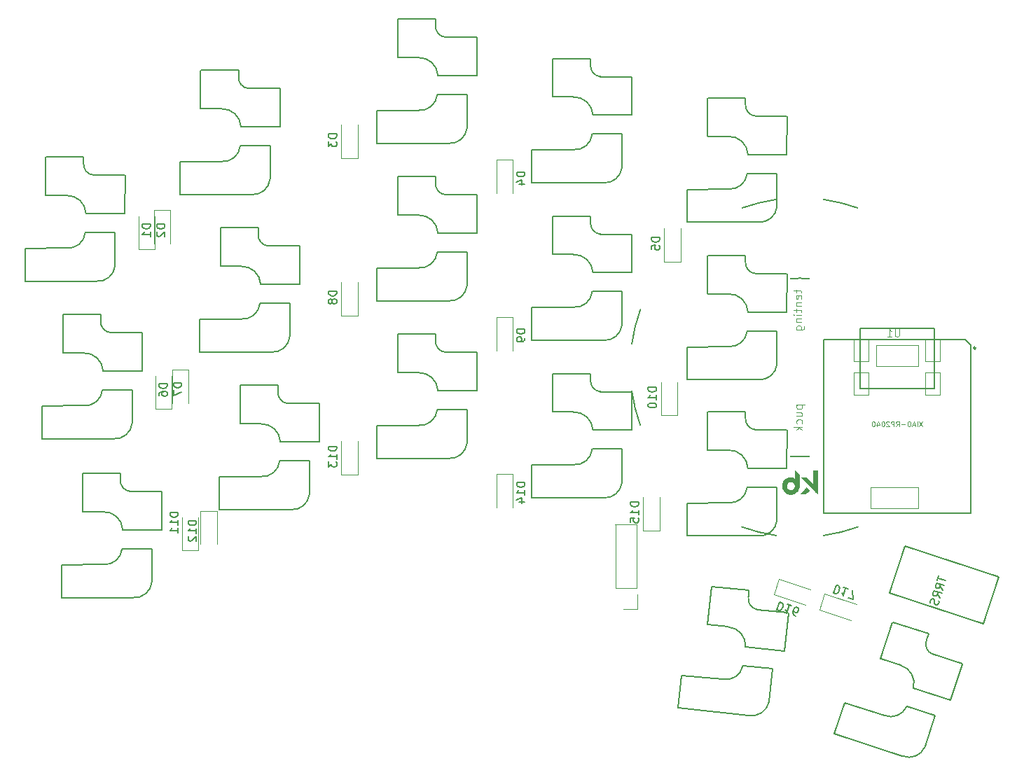
<source format=gbo>
%TF.GenerationSoftware,KiCad,Pcbnew,(6.0.8)*%
%TF.CreationDate,2022-10-28T13:13:08+09:00*%
%TF.ProjectId,selen-rev2,73656c65-6e2d-4726-9576-322e6b696361,rev?*%
%TF.SameCoordinates,Original*%
%TF.FileFunction,Legend,Bot*%
%TF.FilePolarity,Positive*%
%FSLAX46Y46*%
G04 Gerber Fmt 4.6, Leading zero omitted, Abs format (unit mm)*
G04 Created by KiCad (PCBNEW (6.0.8)) date 2022-10-28 13:13:08*
%MOMM*%
%LPD*%
G01*
G04 APERTURE LIST*
%ADD10C,0.150000*%
%ADD11C,0.100000*%
%ADD12C,0.101600*%
%ADD13C,0.076200*%
%ADD14C,0.120000*%
%ADD15C,0.200000*%
%ADD16C,0.010000*%
%ADD17C,0.127000*%
%ADD18C,0.066040*%
%ADD19C,0.254000*%
G04 APERTURE END LIST*
D10*
%TO.C,D9*%
X155952380Y-93561904D02*
X154952380Y-93561904D01*
X154952380Y-93800000D01*
X155000000Y-93942857D01*
X155095238Y-94038095D01*
X155190476Y-94085714D01*
X155380952Y-94133333D01*
X155523809Y-94133333D01*
X155714285Y-94085714D01*
X155809523Y-94038095D01*
X155904761Y-93942857D01*
X155952380Y-93800000D01*
X155952380Y-93561904D01*
X155952380Y-94609523D02*
X155952380Y-94800000D01*
X155904761Y-94895238D01*
X155857142Y-94942857D01*
X155714285Y-95038095D01*
X155523809Y-95085714D01*
X155142857Y-95085714D01*
X155047619Y-95038095D01*
X155000000Y-94990476D01*
X154952380Y-94895238D01*
X154952380Y-94704761D01*
X155000000Y-94609523D01*
X155047619Y-94561904D01*
X155142857Y-94514285D01*
X155380952Y-94514285D01*
X155476190Y-94561904D01*
X155523809Y-94609523D01*
X155571428Y-94704761D01*
X155571428Y-94895238D01*
X155523809Y-94990476D01*
X155476190Y-95038095D01*
X155380952Y-95085714D01*
%TO.C,D4*%
X155952380Y-74561904D02*
X154952380Y-74561904D01*
X154952380Y-74800000D01*
X155000000Y-74942857D01*
X155095238Y-75038095D01*
X155190476Y-75085714D01*
X155380952Y-75133333D01*
X155523809Y-75133333D01*
X155714285Y-75085714D01*
X155809523Y-75038095D01*
X155904761Y-74942857D01*
X155952380Y-74800000D01*
X155952380Y-74561904D01*
X155285714Y-75990476D02*
X155952380Y-75990476D01*
X154904761Y-75752380D02*
X155619047Y-75514285D01*
X155619047Y-76133333D01*
%TO.C,D12*%
X116252380Y-116719714D02*
X115252380Y-116719714D01*
X115252380Y-116957809D01*
X115300000Y-117100666D01*
X115395238Y-117195904D01*
X115490476Y-117243523D01*
X115680952Y-117291142D01*
X115823809Y-117291142D01*
X116014285Y-117243523D01*
X116109523Y-117195904D01*
X116204761Y-117100666D01*
X116252380Y-116957809D01*
X116252380Y-116719714D01*
X116252380Y-118243523D02*
X116252380Y-117672095D01*
X116252380Y-117957809D02*
X115252380Y-117957809D01*
X115395238Y-117862571D01*
X115490476Y-117767333D01*
X115538095Y-117672095D01*
X115347619Y-118624476D02*
X115300000Y-118672095D01*
X115252380Y-118767333D01*
X115252380Y-119005428D01*
X115300000Y-119100666D01*
X115347619Y-119148285D01*
X115442857Y-119195904D01*
X115538095Y-119195904D01*
X115680952Y-119148285D01*
X116252380Y-118576857D01*
X116252380Y-119195904D01*
%TO.C,D17*%
X193561558Y-124501938D02*
X193252541Y-125452994D01*
X193478983Y-125526570D01*
X193629563Y-125525427D01*
X193749570Y-125464280D01*
X193824289Y-125388418D01*
X193928437Y-125221980D01*
X193972583Y-125086115D01*
X193986155Y-124890246D01*
X193970296Y-124784954D01*
X193909150Y-124664947D01*
X193788000Y-124575513D01*
X193561558Y-124501938D01*
X195010787Y-124972821D02*
X194467326Y-124796240D01*
X194739056Y-124884530D02*
X194430039Y-125835587D01*
X194383608Y-125670291D01*
X194322461Y-125550284D01*
X194246599Y-125475566D01*
X195018788Y-126026883D02*
X195652826Y-126232894D01*
X195554247Y-125149402D01*
%TO.C,D15*%
X169702380Y-114485714D02*
X168702380Y-114485714D01*
X168702380Y-114723809D01*
X168750000Y-114866666D01*
X168845238Y-114961904D01*
X168940476Y-115009523D01*
X169130952Y-115057142D01*
X169273809Y-115057142D01*
X169464285Y-115009523D01*
X169559523Y-114961904D01*
X169654761Y-114866666D01*
X169702380Y-114723809D01*
X169702380Y-114485714D01*
X169702380Y-116009523D02*
X169702380Y-115438095D01*
X169702380Y-115723809D02*
X168702380Y-115723809D01*
X168845238Y-115628571D01*
X168940476Y-115533333D01*
X168988095Y-115438095D01*
X168702380Y-116914285D02*
X168702380Y-116438095D01*
X169178571Y-116390476D01*
X169130952Y-116438095D01*
X169083333Y-116533333D01*
X169083333Y-116771428D01*
X169130952Y-116866666D01*
X169178571Y-116914285D01*
X169273809Y-116961904D01*
X169511904Y-116961904D01*
X169607142Y-116914285D01*
X169654761Y-116866666D01*
X169702380Y-116771428D01*
X169702380Y-116533333D01*
X169654761Y-116438095D01*
X169607142Y-116390476D01*
%TO.C,D8*%
X133202380Y-88961904D02*
X132202380Y-88961904D01*
X132202380Y-89200000D01*
X132250000Y-89342857D01*
X132345238Y-89438095D01*
X132440476Y-89485714D01*
X132630952Y-89533333D01*
X132773809Y-89533333D01*
X132964285Y-89485714D01*
X133059523Y-89438095D01*
X133154761Y-89342857D01*
X133202380Y-89200000D01*
X133202380Y-88961904D01*
X132630952Y-90104761D02*
X132583333Y-90009523D01*
X132535714Y-89961904D01*
X132440476Y-89914285D01*
X132392857Y-89914285D01*
X132297619Y-89961904D01*
X132250000Y-90009523D01*
X132202380Y-90104761D01*
X132202380Y-90295238D01*
X132250000Y-90390476D01*
X132297619Y-90438095D01*
X132392857Y-90485714D01*
X132440476Y-90485714D01*
X132535714Y-90438095D01*
X132583333Y-90390476D01*
X132630952Y-90295238D01*
X132630952Y-90104761D01*
X132678571Y-90009523D01*
X132726190Y-89961904D01*
X132821428Y-89914285D01*
X133011904Y-89914285D01*
X133107142Y-89961904D01*
X133154761Y-90009523D01*
X133202380Y-90104761D01*
X133202380Y-90295238D01*
X133154761Y-90390476D01*
X133107142Y-90438095D01*
X133011904Y-90485714D01*
X132821428Y-90485714D01*
X132726190Y-90438095D01*
X132678571Y-90390476D01*
X132630952Y-90295238D01*
%TO.C,D11*%
X114052380Y-115719714D02*
X113052380Y-115719714D01*
X113052380Y-115957809D01*
X113100000Y-116100666D01*
X113195238Y-116195904D01*
X113290476Y-116243523D01*
X113480952Y-116291142D01*
X113623809Y-116291142D01*
X113814285Y-116243523D01*
X113909523Y-116195904D01*
X114004761Y-116100666D01*
X114052380Y-115957809D01*
X114052380Y-115719714D01*
X114052380Y-117243523D02*
X114052380Y-116672095D01*
X114052380Y-116957809D02*
X113052380Y-116957809D01*
X113195238Y-116862571D01*
X113290476Y-116767333D01*
X113338095Y-116672095D01*
X114052380Y-118195904D02*
X114052380Y-117624476D01*
X114052380Y-117910190D02*
X113052380Y-117910190D01*
X113195238Y-117814952D01*
X113290476Y-117719714D01*
X113338095Y-117624476D01*
D11*
%TO.C,REF\u002A\u002A*%
X188795214Y-102732500D02*
X189795214Y-102732500D01*
X188842833Y-102732500D02*
X188795214Y-102827738D01*
X188795214Y-103018214D01*
X188842833Y-103113452D01*
X188890452Y-103161071D01*
X188985690Y-103208690D01*
X189271404Y-103208690D01*
X189366642Y-103161071D01*
X189414261Y-103113452D01*
X189461880Y-103018214D01*
X189461880Y-102827738D01*
X189414261Y-102732500D01*
X188795214Y-104065833D02*
X189461880Y-104065833D01*
X188795214Y-103637261D02*
X189319023Y-103637261D01*
X189414261Y-103684880D01*
X189461880Y-103780119D01*
X189461880Y-103922976D01*
X189414261Y-104018214D01*
X189366642Y-104065833D01*
X189414261Y-104970595D02*
X189461880Y-104875357D01*
X189461880Y-104684880D01*
X189414261Y-104589642D01*
X189366642Y-104542023D01*
X189271404Y-104494404D01*
X188985690Y-104494404D01*
X188890452Y-104542023D01*
X188842833Y-104589642D01*
X188795214Y-104684880D01*
X188795214Y-104875357D01*
X188842833Y-104970595D01*
X189461880Y-105399166D02*
X188461880Y-105399166D01*
X189080928Y-105494404D02*
X189461880Y-105780119D01*
X188795214Y-105780119D02*
X189176166Y-105399166D01*
X188731714Y-88778500D02*
X188731714Y-89159452D01*
X188398380Y-88921357D02*
X189255523Y-88921357D01*
X189350761Y-88968976D01*
X189398380Y-89064214D01*
X189398380Y-89159452D01*
X189350761Y-89873738D02*
X189398380Y-89778500D01*
X189398380Y-89588023D01*
X189350761Y-89492785D01*
X189255523Y-89445166D01*
X188874571Y-89445166D01*
X188779333Y-89492785D01*
X188731714Y-89588023D01*
X188731714Y-89778500D01*
X188779333Y-89873738D01*
X188874571Y-89921357D01*
X188969809Y-89921357D01*
X189065047Y-89445166D01*
X188731714Y-90349928D02*
X189398380Y-90349928D01*
X188826952Y-90349928D02*
X188779333Y-90397547D01*
X188731714Y-90492785D01*
X188731714Y-90635642D01*
X188779333Y-90730880D01*
X188874571Y-90778500D01*
X189398380Y-90778500D01*
X188731714Y-91111833D02*
X188731714Y-91492785D01*
X188398380Y-91254690D02*
X189255523Y-91254690D01*
X189350761Y-91302309D01*
X189398380Y-91397547D01*
X189398380Y-91492785D01*
X189398380Y-91826119D02*
X188731714Y-91826119D01*
X188398380Y-91826119D02*
X188446000Y-91778500D01*
X188493619Y-91826119D01*
X188446000Y-91873738D01*
X188398380Y-91826119D01*
X188493619Y-91826119D01*
X188731714Y-92302309D02*
X189398380Y-92302309D01*
X188826952Y-92302309D02*
X188779333Y-92349928D01*
X188731714Y-92445166D01*
X188731714Y-92588023D01*
X188779333Y-92683261D01*
X188874571Y-92730880D01*
X189398380Y-92730880D01*
X188731714Y-93635642D02*
X189541238Y-93635642D01*
X189636476Y-93588023D01*
X189684095Y-93540404D01*
X189731714Y-93445166D01*
X189731714Y-93302309D01*
X189684095Y-93207071D01*
X189350761Y-93635642D02*
X189398380Y-93540404D01*
X189398380Y-93349928D01*
X189350761Y-93254690D01*
X189303142Y-93207071D01*
X189207904Y-93159452D01*
X188922190Y-93159452D01*
X188826952Y-93207071D01*
X188779333Y-93254690D01*
X188731714Y-93349928D01*
X188731714Y-93540404D01*
X188779333Y-93635642D01*
D10*
%TO.C,D3*%
X133202380Y-69961904D02*
X132202380Y-69961904D01*
X132202380Y-70200000D01*
X132250000Y-70342857D01*
X132345238Y-70438095D01*
X132440476Y-70485714D01*
X132630952Y-70533333D01*
X132773809Y-70533333D01*
X132964285Y-70485714D01*
X133059523Y-70438095D01*
X133154761Y-70342857D01*
X133202380Y-70200000D01*
X133202380Y-69961904D01*
X132202380Y-70866666D02*
X132202380Y-71485714D01*
X132583333Y-71152380D01*
X132583333Y-71295238D01*
X132630952Y-71390476D01*
X132678571Y-71438095D01*
X132773809Y-71485714D01*
X133011904Y-71485714D01*
X133107142Y-71438095D01*
X133154761Y-71390476D01*
X133202380Y-71295238D01*
X133202380Y-71009523D01*
X133154761Y-70914285D01*
X133107142Y-70866666D01*
%TO.C,D5*%
X172252380Y-82461904D02*
X171252380Y-82461904D01*
X171252380Y-82700000D01*
X171300000Y-82842857D01*
X171395238Y-82938095D01*
X171490476Y-82985714D01*
X171680952Y-83033333D01*
X171823809Y-83033333D01*
X172014285Y-82985714D01*
X172109523Y-82938095D01*
X172204761Y-82842857D01*
X172252380Y-82700000D01*
X172252380Y-82461904D01*
X171252380Y-83938095D02*
X171252380Y-83461904D01*
X171728571Y-83414285D01*
X171680952Y-83461904D01*
X171633333Y-83557142D01*
X171633333Y-83795238D01*
X171680952Y-83890476D01*
X171728571Y-83938095D01*
X171823809Y-83985714D01*
X172061904Y-83985714D01*
X172157142Y-83938095D01*
X172204761Y-83890476D01*
X172252380Y-83795238D01*
X172252380Y-83557142D01*
X172204761Y-83461904D01*
X172157142Y-83414285D01*
%TO.C,D1*%
X110688380Y-80845904D02*
X109688380Y-80845904D01*
X109688380Y-81084000D01*
X109736000Y-81226857D01*
X109831238Y-81322095D01*
X109926476Y-81369714D01*
X110116952Y-81417333D01*
X110259809Y-81417333D01*
X110450285Y-81369714D01*
X110545523Y-81322095D01*
X110640761Y-81226857D01*
X110688380Y-81084000D01*
X110688380Y-80845904D01*
X110688380Y-82369714D02*
X110688380Y-81798285D01*
X110688380Y-82084000D02*
X109688380Y-82084000D01*
X109831238Y-81988761D01*
X109926476Y-81893523D01*
X109974095Y-81798285D01*
%TO.C,D16*%
X186737893Y-126556185D02*
X186428876Y-127507241D01*
X186655318Y-127580817D01*
X186805898Y-127579674D01*
X186925905Y-127518527D01*
X187000624Y-127442665D01*
X187104772Y-127276227D01*
X187148918Y-127140362D01*
X187162490Y-126944493D01*
X187146631Y-126839201D01*
X187085485Y-126719194D01*
X186964335Y-126629760D01*
X186737893Y-126556185D01*
X188187122Y-127027068D02*
X187643661Y-126850487D01*
X187915391Y-126938777D02*
X187606374Y-127889834D01*
X187559943Y-127724538D01*
X187498796Y-127604531D01*
X187422934Y-127529813D01*
X188693296Y-128242996D02*
X188512142Y-128184136D01*
X188436281Y-128109417D01*
X188405707Y-128049414D01*
X188359276Y-127884118D01*
X188372848Y-127688249D01*
X188490568Y-127325942D01*
X188565287Y-127250080D01*
X188625290Y-127219507D01*
X188730582Y-127203649D01*
X188911736Y-127262509D01*
X188987598Y-127337228D01*
X189018171Y-127397231D01*
X189034029Y-127502523D01*
X188960454Y-127728965D01*
X188885735Y-127804827D01*
X188825732Y-127835400D01*
X188720440Y-127851259D01*
X188539286Y-127792398D01*
X188463424Y-127717680D01*
X188432851Y-127657676D01*
X188416993Y-127552384D01*
%TO.C,D13*%
X133202380Y-107735714D02*
X132202380Y-107735714D01*
X132202380Y-107973809D01*
X132250000Y-108116666D01*
X132345238Y-108211904D01*
X132440476Y-108259523D01*
X132630952Y-108307142D01*
X132773809Y-108307142D01*
X132964285Y-108259523D01*
X133059523Y-108211904D01*
X133154761Y-108116666D01*
X133202380Y-107973809D01*
X133202380Y-107735714D01*
X133202380Y-109259523D02*
X133202380Y-108688095D01*
X133202380Y-108973809D02*
X132202380Y-108973809D01*
X132345238Y-108878571D01*
X132440476Y-108783333D01*
X132488095Y-108688095D01*
X132202380Y-109592857D02*
X132202380Y-110211904D01*
X132583333Y-109878571D01*
X132583333Y-110021428D01*
X132630952Y-110116666D01*
X132678571Y-110164285D01*
X132773809Y-110211904D01*
X133011904Y-110211904D01*
X133107142Y-110164285D01*
X133154761Y-110116666D01*
X133202380Y-110021428D01*
X133202380Y-109735714D01*
X133154761Y-109640476D01*
X133107142Y-109592857D01*
%TO.C,D10*%
X171852380Y-100585714D02*
X170852380Y-100585714D01*
X170852380Y-100823809D01*
X170900000Y-100966666D01*
X170995238Y-101061904D01*
X171090476Y-101109523D01*
X171280952Y-101157142D01*
X171423809Y-101157142D01*
X171614285Y-101109523D01*
X171709523Y-101061904D01*
X171804761Y-100966666D01*
X171852380Y-100823809D01*
X171852380Y-100585714D01*
X171852380Y-102109523D02*
X171852380Y-101538095D01*
X171852380Y-101823809D02*
X170852380Y-101823809D01*
X170995238Y-101728571D01*
X171090476Y-101633333D01*
X171138095Y-101538095D01*
X170852380Y-102728571D02*
X170852380Y-102823809D01*
X170900000Y-102919047D01*
X170947619Y-102966666D01*
X171042857Y-103014285D01*
X171233333Y-103061904D01*
X171471428Y-103061904D01*
X171661904Y-103014285D01*
X171757142Y-102966666D01*
X171804761Y-102919047D01*
X171852380Y-102823809D01*
X171852380Y-102728571D01*
X171804761Y-102633333D01*
X171757142Y-102585714D01*
X171661904Y-102538095D01*
X171471428Y-102490476D01*
X171233333Y-102490476D01*
X171042857Y-102538095D01*
X170947619Y-102585714D01*
X170900000Y-102633333D01*
X170852380Y-102728571D01*
%TO.C,D14*%
X155952380Y-112085714D02*
X154952380Y-112085714D01*
X154952380Y-112323809D01*
X155000000Y-112466666D01*
X155095238Y-112561904D01*
X155190476Y-112609523D01*
X155380952Y-112657142D01*
X155523809Y-112657142D01*
X155714285Y-112609523D01*
X155809523Y-112561904D01*
X155904761Y-112466666D01*
X155952380Y-112323809D01*
X155952380Y-112085714D01*
X155952380Y-113609523D02*
X155952380Y-113038095D01*
X155952380Y-113323809D02*
X154952380Y-113323809D01*
X155095238Y-113228571D01*
X155190476Y-113133333D01*
X155238095Y-113038095D01*
X155285714Y-114466666D02*
X155952380Y-114466666D01*
X154904761Y-114228571D02*
X155619047Y-113990476D01*
X155619047Y-114609523D01*
%TO.C,J1*%
X205979134Y-123388127D02*
X205802553Y-123931588D01*
X206841900Y-123968874D02*
X205890844Y-123659857D01*
X206474023Y-125101084D02*
X206124145Y-124636915D01*
X206650604Y-124557624D02*
X205699548Y-124248607D01*
X205581827Y-124610914D01*
X205597685Y-124716206D01*
X205628258Y-124776209D01*
X205704120Y-124850928D01*
X205839985Y-124895073D01*
X205945277Y-124879215D01*
X206005281Y-124848642D01*
X206079999Y-124772780D01*
X206197720Y-124410473D01*
X206165006Y-126052141D02*
X205815128Y-125587971D01*
X206341587Y-125508680D02*
X205390531Y-125199663D01*
X205272810Y-125561970D01*
X205288668Y-125667262D01*
X205319241Y-125727266D01*
X205395103Y-125801984D01*
X205530968Y-125846130D01*
X205636260Y-125830271D01*
X205696264Y-125799698D01*
X205770982Y-125723836D01*
X205888703Y-125361529D01*
X206001997Y-126399733D02*
X206003140Y-126550313D01*
X205929564Y-126776755D01*
X205854846Y-126852617D01*
X205794842Y-126883191D01*
X205689550Y-126899049D01*
X205598974Y-126869619D01*
X205523112Y-126794900D01*
X205492539Y-126734896D01*
X205476680Y-126629605D01*
X205490252Y-126433736D01*
X205474394Y-126328444D01*
X205443821Y-126268440D01*
X205367959Y-126193722D01*
X205277382Y-126164292D01*
X205172090Y-126180150D01*
X205112087Y-126210723D01*
X205037368Y-126286585D01*
X204963793Y-126513027D01*
X204964936Y-126663607D01*
%TO.C,D2*%
X112438380Y-80845904D02*
X111438380Y-80845904D01*
X111438380Y-81084000D01*
X111486000Y-81226857D01*
X111581238Y-81322095D01*
X111676476Y-81369714D01*
X111866952Y-81417333D01*
X112009809Y-81417333D01*
X112200285Y-81369714D01*
X112295523Y-81322095D01*
X112390761Y-81226857D01*
X112438380Y-81084000D01*
X112438380Y-80845904D01*
X111533619Y-81798285D02*
X111486000Y-81845904D01*
X111438380Y-81941142D01*
X111438380Y-82179238D01*
X111486000Y-82274476D01*
X111533619Y-82322095D01*
X111628857Y-82369714D01*
X111724095Y-82369714D01*
X111866952Y-82322095D01*
X112438380Y-81750666D01*
X112438380Y-82369714D01*
%TO.C,D7*%
X114477380Y-100049904D02*
X113477380Y-100049904D01*
X113477380Y-100288000D01*
X113525000Y-100430857D01*
X113620238Y-100526095D01*
X113715476Y-100573714D01*
X113905952Y-100621333D01*
X114048809Y-100621333D01*
X114239285Y-100573714D01*
X114334523Y-100526095D01*
X114429761Y-100430857D01*
X114477380Y-100288000D01*
X114477380Y-100049904D01*
X113477380Y-100954666D02*
X113477380Y-101621333D01*
X114477380Y-101192761D01*
D12*
%TO.C,U1*%
X201181017Y-93581782D02*
X201181017Y-94301449D01*
X201138684Y-94386116D01*
X201096350Y-94428449D01*
X201011684Y-94470782D01*
X200842350Y-94470782D01*
X200757684Y-94428449D01*
X200715350Y-94386116D01*
X200673017Y-94301449D01*
X200673017Y-93581782D01*
X199784017Y-94470782D02*
X200292017Y-94470782D01*
X200038017Y-94470782D02*
X200038017Y-93581782D01*
X200122684Y-93708782D01*
X200207350Y-93793449D01*
X200292017Y-93835782D01*
D13*
X204025212Y-104720287D02*
X203618812Y-105329887D01*
X203618812Y-104720287D02*
X204025212Y-105329887D01*
X203386584Y-105329887D02*
X203386584Y-104720287D01*
X203125326Y-105155716D02*
X202835041Y-105155716D01*
X203183384Y-105329887D02*
X202980184Y-104720287D01*
X202776984Y-105329887D01*
X202457669Y-104720287D02*
X202341555Y-104720287D01*
X202283498Y-104749316D01*
X202225441Y-104807373D01*
X202196412Y-104923487D01*
X202196412Y-105126687D01*
X202225441Y-105242801D01*
X202283498Y-105300858D01*
X202341555Y-105329887D01*
X202457669Y-105329887D01*
X202515726Y-105300858D01*
X202573784Y-105242801D01*
X202602812Y-105126687D01*
X202602812Y-104923487D01*
X202573784Y-104807373D01*
X202515726Y-104749316D01*
X202457669Y-104720287D01*
X201935155Y-105097658D02*
X201470698Y-105097658D01*
X200832069Y-105329887D02*
X201035269Y-105039601D01*
X201180412Y-105329887D02*
X201180412Y-104720287D01*
X200948184Y-104720287D01*
X200890126Y-104749316D01*
X200861098Y-104778344D01*
X200832069Y-104836401D01*
X200832069Y-104923487D01*
X200861098Y-104981544D01*
X200890126Y-105010573D01*
X200948184Y-105039601D01*
X201180412Y-105039601D01*
X200570812Y-105329887D02*
X200570812Y-104720287D01*
X200338584Y-104720287D01*
X200280526Y-104749316D01*
X200251498Y-104778344D01*
X200222469Y-104836401D01*
X200222469Y-104923487D01*
X200251498Y-104981544D01*
X200280526Y-105010573D01*
X200338584Y-105039601D01*
X200570812Y-105039601D01*
X199990241Y-104778344D02*
X199961212Y-104749316D01*
X199903155Y-104720287D01*
X199758012Y-104720287D01*
X199699955Y-104749316D01*
X199670926Y-104778344D01*
X199641898Y-104836401D01*
X199641898Y-104894458D01*
X199670926Y-104981544D01*
X200019269Y-105329887D01*
X199641898Y-105329887D01*
X199264526Y-104720287D02*
X199206469Y-104720287D01*
X199148412Y-104749316D01*
X199119384Y-104778344D01*
X199090355Y-104836401D01*
X199061326Y-104952516D01*
X199061326Y-105097658D01*
X199090355Y-105213773D01*
X199119384Y-105271830D01*
X199148412Y-105300858D01*
X199206469Y-105329887D01*
X199264526Y-105329887D01*
X199322584Y-105300858D01*
X199351612Y-105271830D01*
X199380641Y-105213773D01*
X199409669Y-105097658D01*
X199409669Y-104952516D01*
X199380641Y-104836401D01*
X199351612Y-104778344D01*
X199322584Y-104749316D01*
X199264526Y-104720287D01*
X198538812Y-104923487D02*
X198538812Y-105329887D01*
X198683955Y-104691258D02*
X198829098Y-105126687D01*
X198451726Y-105126687D01*
X198103384Y-104720287D02*
X198045326Y-104720287D01*
X197987269Y-104749316D01*
X197958241Y-104778344D01*
X197929212Y-104836401D01*
X197900184Y-104952516D01*
X197900184Y-105097658D01*
X197929212Y-105213773D01*
X197958241Y-105271830D01*
X197987269Y-105300858D01*
X198045326Y-105329887D01*
X198103384Y-105329887D01*
X198161441Y-105300858D01*
X198190469Y-105271830D01*
X198219498Y-105213773D01*
X198248526Y-105097658D01*
X198248526Y-104952516D01*
X198219498Y-104836401D01*
X198190469Y-104778344D01*
X198161441Y-104749316D01*
X198103384Y-104720287D01*
D10*
%TO.C,D6*%
X112720380Y-100149904D02*
X111720380Y-100149904D01*
X111720380Y-100388000D01*
X111768000Y-100530857D01*
X111863238Y-100626095D01*
X111958476Y-100673714D01*
X112148952Y-100721333D01*
X112291809Y-100721333D01*
X112482285Y-100673714D01*
X112577523Y-100626095D01*
X112672761Y-100530857D01*
X112720380Y-100388000D01*
X112720380Y-100149904D01*
X111720380Y-101578476D02*
X111720380Y-101388000D01*
X111768000Y-101292761D01*
X111815619Y-101245142D01*
X111958476Y-101149904D01*
X112148952Y-101102285D01*
X112529904Y-101102285D01*
X112625142Y-101149904D01*
X112672761Y-101197523D01*
X112720380Y-101292761D01*
X112720380Y-101483238D01*
X112672761Y-101578476D01*
X112625142Y-101626095D01*
X112529904Y-101673714D01*
X112291809Y-101673714D01*
X112196571Y-101626095D01*
X112148952Y-101578476D01*
X112101333Y-101483238D01*
X112101333Y-101292761D01*
X112148952Y-101197523D01*
X112196571Y-101149904D01*
X112291809Y-101102285D01*
D14*
%TO.C,D9*%
X152500000Y-92100000D02*
X152500000Y-96150000D01*
X154500000Y-92100000D02*
X152500000Y-92100000D01*
X154500000Y-92100000D02*
X154500000Y-96150000D01*
%TO.C,D4*%
X154500000Y-73100000D02*
X152500000Y-73100000D01*
X152500000Y-73100000D02*
X152500000Y-77150000D01*
X154500000Y-73100000D02*
X154500000Y-77150000D01*
%TO.C,D12*%
X118750000Y-115534000D02*
X116750000Y-115534000D01*
X116750000Y-115534000D02*
X116750000Y-119584000D01*
X118750000Y-115534000D02*
X118750000Y-119584000D01*
%TO.C,J2*%
X169550000Y-125650000D02*
X169550000Y-127450000D01*
X169500000Y-117200000D02*
X169500000Y-124900000D01*
X169550000Y-127450000D02*
X167900000Y-127450000D01*
X166850000Y-117200000D02*
X169500000Y-117200000D01*
X166900000Y-124900000D02*
X166900000Y-117200000D01*
X169500000Y-124900000D02*
X166900000Y-124900000D01*
%TO.C,D17*%
X192175277Y-125578632D02*
X196027056Y-126830151D01*
X191557243Y-127480745D02*
X195409022Y-128732264D01*
X192175277Y-125578632D02*
X191557243Y-127480745D01*
D10*
%TO.C,SW1*%
X95530000Y-87766500D02*
X104155000Y-87766500D01*
X107605000Y-79562500D02*
X107630000Y-74962500D01*
X98055000Y-77387500D02*
X100605000Y-77387500D01*
X98055000Y-72737500D02*
X102605000Y-72737500D01*
X98030000Y-77362500D02*
X98030000Y-72762500D01*
X103830000Y-74937500D02*
X107605000Y-74937500D01*
X95530000Y-83858500D02*
X95530000Y-87766500D01*
X102610000Y-73462500D02*
X102610000Y-72762500D01*
X106430000Y-81858500D02*
X102820000Y-81858500D01*
X95530000Y-83812500D02*
X100580000Y-83766500D01*
X106430000Y-85812500D02*
X106430000Y-81867500D01*
X102905000Y-79587500D02*
X107605000Y-79587500D01*
X100555000Y-83762500D02*
G75*
G03*
X102815000Y-81882500I190000J2070000D01*
G01*
X102610000Y-73512500D02*
G75*
G03*
X103830000Y-74932500I1320000J-100000D01*
G01*
X104155000Y-87766500D02*
G75*
G03*
X106419000Y-85882500I190000J2074000D01*
G01*
X102900000Y-79562500D02*
G75*
G03*
X100530000Y-77392500I-2270000J-100000D01*
G01*
%TO.C,SW13*%
X145155000Y-94893750D02*
X145155000Y-94193750D01*
X138075000Y-105243750D02*
X143125000Y-105197750D01*
X150150000Y-100993750D02*
X150175000Y-96393750D01*
X138075000Y-109197750D02*
X146700000Y-109197750D01*
X140575000Y-98793750D02*
X140575000Y-94193750D01*
X138075000Y-105289750D02*
X138075000Y-109197750D01*
X145450000Y-101018750D02*
X150150000Y-101018750D01*
X140600000Y-94168750D02*
X145150000Y-94168750D01*
X146375000Y-96368750D02*
X150150000Y-96368750D01*
X148975000Y-103289750D02*
X145365000Y-103289750D01*
X148975000Y-107243750D02*
X148975000Y-103298750D01*
X140600000Y-98818750D02*
X143150000Y-98818750D01*
X145155000Y-94943750D02*
G75*
G03*
X146375000Y-96363750I1320000J-100000D01*
G01*
X143100000Y-105193750D02*
G75*
G03*
X145360000Y-103313750I190000J2070000D01*
G01*
X145445000Y-100993750D02*
G75*
G03*
X143075000Y-98823750I-2270000J-100000D01*
G01*
X146700000Y-109197750D02*
G75*
G03*
X148964000Y-107313750I190000J2074000D01*
G01*
D14*
%TO.C,D15*%
X170250000Y-117900000D02*
X170250000Y-113850000D01*
X170250000Y-117900000D02*
X172250000Y-117900000D01*
X172250000Y-117900000D02*
X172250000Y-113850000D01*
%TO.C,D8*%
X133750000Y-91900000D02*
X135750000Y-91900000D01*
X133750000Y-91900000D02*
X133750000Y-87850000D01*
X135750000Y-91900000D02*
X135750000Y-87850000D01*
D10*
%TO.C,SW7*%
X123723750Y-82035000D02*
X123723750Y-81335000D01*
X116643750Y-92431000D02*
X116643750Y-96339000D01*
X127543750Y-90431000D02*
X123933750Y-90431000D01*
X127543750Y-94385000D02*
X127543750Y-90440000D01*
X116643750Y-92385000D02*
X121693750Y-92339000D01*
X116643750Y-96339000D02*
X125268750Y-96339000D01*
X124018750Y-88160000D02*
X128718750Y-88160000D01*
X128718750Y-88135000D02*
X128743750Y-83535000D01*
X119168750Y-81310000D02*
X123718750Y-81310000D01*
X124943750Y-83510000D02*
X128718750Y-83510000D01*
X119168750Y-85960000D02*
X121718750Y-85960000D01*
X119143750Y-85935000D02*
X119143750Y-81335000D01*
X123723750Y-82085000D02*
G75*
G03*
X124943750Y-83505000I1320000J-100000D01*
G01*
X124013750Y-88135000D02*
G75*
G03*
X121643750Y-85965000I-2270000J-100000D01*
G01*
X125268750Y-96339000D02*
G75*
G03*
X127532750Y-94455000I190000J2074000D01*
G01*
X121668750Y-92335000D02*
G75*
G03*
X123928750Y-90455000I190000J2070000D01*
G01*
D14*
%TO.C,D11*%
X116500000Y-120334000D02*
X116500000Y-116284000D01*
X114500000Y-120334000D02*
X116500000Y-120334000D01*
X114500000Y-120334000D02*
X114500000Y-116284000D01*
D10*
%TO.C,SW6*%
X97593750Y-102862500D02*
X102643750Y-102816500D01*
X104673750Y-92512500D02*
X104673750Y-91812500D01*
X97593750Y-106816500D02*
X106218750Y-106816500D01*
X97593750Y-102908500D02*
X97593750Y-106816500D01*
X100118750Y-96437500D02*
X102668750Y-96437500D01*
X100093750Y-96412500D02*
X100093750Y-91812500D01*
X100118750Y-91787500D02*
X104668750Y-91787500D01*
X108493750Y-100908500D02*
X104883750Y-100908500D01*
X108493750Y-104862500D02*
X108493750Y-100917500D01*
X104968750Y-98637500D02*
X109668750Y-98637500D01*
X105893750Y-93987500D02*
X109668750Y-93987500D01*
X109668750Y-98612500D02*
X109693750Y-94012500D01*
X104963750Y-98612500D02*
G75*
G03*
X102593750Y-96442500I-2270000J-100000D01*
G01*
X102618750Y-102812500D02*
G75*
G03*
X104878750Y-100932500I190000J2070000D01*
G01*
X106218750Y-106816500D02*
G75*
G03*
X108482750Y-104932500I190000J2074000D01*
G01*
X104673750Y-92562500D02*
G75*
G03*
X105893750Y-93982500I1320000J-100000D01*
G01*
%TO.C,SW11*%
X107055000Y-111721250D02*
X107055000Y-111021250D01*
X107350000Y-117846250D02*
X112050000Y-117846250D01*
X99975000Y-122117250D02*
X99975000Y-126025250D01*
X108275000Y-113196250D02*
X112050000Y-113196250D01*
X99975000Y-122071250D02*
X105025000Y-122025250D01*
X110875000Y-124071250D02*
X110875000Y-120126250D01*
X112050000Y-117821250D02*
X112075000Y-113221250D01*
X102500000Y-110996250D02*
X107050000Y-110996250D01*
X102500000Y-115646250D02*
X105050000Y-115646250D01*
X99975000Y-126025250D02*
X108600000Y-126025250D01*
X102475000Y-115621250D02*
X102475000Y-111021250D01*
X110875000Y-120117250D02*
X107265000Y-120117250D01*
X108600000Y-126025250D02*
G75*
G03*
X110864000Y-124141250I190000J2074000D01*
G01*
X107055000Y-111771250D02*
G75*
G03*
X108275000Y-113191250I1320000J-100000D01*
G01*
X105000000Y-122021250D02*
G75*
G03*
X107260000Y-120141250I190000J2070000D01*
G01*
X107345000Y-117821250D02*
G75*
G03*
X104975000Y-115651250I-2270000J-100000D01*
G01*
D15*
%TO.C,REF\u002A\u002A*%
X188071615Y-108935864D02*
G75*
G03*
X189200000Y-108995000I1128379J10735785D01*
G01*
X189200000Y-87405000D02*
G75*
G03*
X188071615Y-87464136I-6J-10794921D01*
G01*
X182191955Y-117486135D02*
G75*
G03*
X186342500Y-118520000I7008045J19286135D01*
G01*
X186342500Y-77879999D02*
G75*
G03*
X182191954Y-78913865I2857500J-20320001D01*
G01*
X189200000Y-108995001D02*
G75*
G03*
X190328385Y-108935864I0J10794901D01*
G01*
X169913865Y-91191956D02*
G75*
G03*
X168880000Y-95342500I19286255J-7008074D01*
G01*
X192057500Y-118520000D02*
G75*
G03*
X196208045Y-117486135I-2857506J20320019D01*
G01*
X196208049Y-78913867D02*
G75*
G03*
X192057500Y-77880000I-7008049J-19286133D01*
G01*
X168879999Y-101057500D02*
G75*
G03*
X169913865Y-105208046I20320001J2857500D01*
G01*
X190328385Y-87464137D02*
G75*
G03*
X189200000Y-87405000I-1128385J-10735763D01*
G01*
G36*
X189987184Y-112716669D02*
G01*
X189999413Y-112726717D01*
X190024895Y-112750337D01*
X190061042Y-112785050D01*
X190105266Y-112828375D01*
X190154979Y-112877830D01*
X190316014Y-113039174D01*
X190282132Y-113076989D01*
X190278955Y-113080481D01*
X190257087Y-113103690D01*
X190222741Y-113139436D01*
X190178925Y-113184616D01*
X190128642Y-113236129D01*
X190074900Y-113290872D01*
X189901550Y-113466941D01*
X189281536Y-113466941D01*
X189309837Y-113433306D01*
X189312130Y-113430615D01*
X189332798Y-113407386D01*
X189365556Y-113371546D01*
X189408416Y-113325201D01*
X189459388Y-113270458D01*
X189516484Y-113209423D01*
X189577714Y-113144204D01*
X189641089Y-113076906D01*
X189704622Y-113009636D01*
X189766321Y-112944501D01*
X189824200Y-112883607D01*
X189876267Y-112829061D01*
X189920536Y-112782969D01*
X189955015Y-112747438D01*
X189977718Y-112724575D01*
X189986653Y-112716486D01*
X189987184Y-112716669D01*
G37*
D16*
X189987184Y-112716669D02*
X189999413Y-112726717D01*
X190024895Y-112750337D01*
X190061042Y-112785050D01*
X190105266Y-112828375D01*
X190154979Y-112877830D01*
X190316014Y-113039174D01*
X190282132Y-113076989D01*
X190278955Y-113080481D01*
X190257087Y-113103690D01*
X190222741Y-113139436D01*
X190178925Y-113184616D01*
X190128642Y-113236129D01*
X190074900Y-113290872D01*
X189901550Y-113466941D01*
X189281536Y-113466941D01*
X189309837Y-113433306D01*
X189312130Y-113430615D01*
X189332798Y-113407386D01*
X189365556Y-113371546D01*
X189408416Y-113325201D01*
X189459388Y-113270458D01*
X189516484Y-113209423D01*
X189577714Y-113144204D01*
X189641089Y-113076906D01*
X189704622Y-113009636D01*
X189766321Y-112944501D01*
X189824200Y-112883607D01*
X189876267Y-112829061D01*
X189920536Y-112782969D01*
X189955015Y-112747438D01*
X189977718Y-112724575D01*
X189986653Y-112716486D01*
X189987184Y-112716669D01*
G36*
X189077717Y-112630364D02*
G01*
X189075104Y-112658759D01*
X189066235Y-112705209D01*
X189028682Y-112832369D01*
X188973516Y-112958232D01*
X188903824Y-113076414D01*
X188822693Y-113180534D01*
X188814299Y-113189700D01*
X188705987Y-113290026D01*
X188583567Y-113374023D01*
X188450394Y-113440002D01*
X188309826Y-113486277D01*
X188165218Y-113511158D01*
X188064972Y-113515641D01*
X187916551Y-113504242D01*
X187773132Y-113471989D01*
X187636896Y-113419966D01*
X187510021Y-113349252D01*
X187394688Y-113260930D01*
X187293075Y-113156081D01*
X187207363Y-113035788D01*
X187150108Y-112928869D01*
X187096963Y-112789633D01*
X187065607Y-112645069D01*
X187059103Y-112548705D01*
X187554342Y-112548705D01*
X187554624Y-112553995D01*
X187558942Y-112609298D01*
X187566299Y-112651590D01*
X187578944Y-112690198D01*
X187599125Y-112734444D01*
X187620613Y-112772771D01*
X187662098Y-112831565D01*
X187710155Y-112887021D01*
X187759478Y-112933215D01*
X187804764Y-112964219D01*
X187820931Y-112971995D01*
X187861836Y-112989355D01*
X187904833Y-113005441D01*
X187977660Y-113024729D01*
X188081361Y-113033250D01*
X188182902Y-113020456D01*
X188279688Y-112987324D01*
X188369120Y-112934831D01*
X188448601Y-112863954D01*
X188515535Y-112775671D01*
X188544189Y-112721526D01*
X188574621Y-112627507D01*
X188585193Y-112529958D01*
X188576887Y-112432010D01*
X188550685Y-112336797D01*
X188507572Y-112247450D01*
X188448529Y-112167104D01*
X188374539Y-112098890D01*
X188286587Y-112045941D01*
X188272584Y-112039655D01*
X188174238Y-112009030D01*
X188072886Y-111998848D01*
X187971982Y-112008168D01*
X187874983Y-112036046D01*
X187785347Y-112081542D01*
X187706530Y-112143712D01*
X187641988Y-112221616D01*
X187624218Y-112250145D01*
X187580566Y-112343568D01*
X187557710Y-112441460D01*
X187554342Y-112548705D01*
X187059103Y-112548705D01*
X187055316Y-112492591D01*
X187058877Y-112402921D01*
X187081558Y-112252642D01*
X187124310Y-112110673D01*
X187186120Y-111978688D01*
X187265978Y-111858363D01*
X187362872Y-111751374D01*
X187475792Y-111659394D01*
X187603725Y-111584101D01*
X187673576Y-111551462D01*
X187748714Y-111522245D01*
X187820366Y-111502753D01*
X187896849Y-111490816D01*
X187986484Y-111484264D01*
X188004296Y-111483596D01*
X188143497Y-111490034D01*
X188273880Y-111517710D01*
X188396096Y-111566814D01*
X188510793Y-111637536D01*
X188534927Y-111654738D01*
X188559773Y-111671081D01*
X188572204Y-111677395D01*
X188573112Y-111673365D01*
X188574561Y-111649558D01*
X188575888Y-111606435D01*
X188577057Y-111546360D01*
X188578033Y-111471698D01*
X188578783Y-111384812D01*
X188579272Y-111288067D01*
X188579464Y-111183827D01*
X188579612Y-110690259D01*
X189087316Y-111200285D01*
X189087229Y-111891999D01*
X189087226Y-111903735D01*
X189086965Y-112054209D01*
X189086301Y-112191481D01*
X189085257Y-112314137D01*
X189083854Y-112420766D01*
X189082115Y-112509955D01*
X189081531Y-112529958D01*
X189080062Y-112580292D01*
X189077717Y-112630364D01*
G37*
X189077717Y-112630364D02*
X189075104Y-112658759D01*
X189066235Y-112705209D01*
X189028682Y-112832369D01*
X188973516Y-112958232D01*
X188903824Y-113076414D01*
X188822693Y-113180534D01*
X188814299Y-113189700D01*
X188705987Y-113290026D01*
X188583567Y-113374023D01*
X188450394Y-113440002D01*
X188309826Y-113486277D01*
X188165218Y-113511158D01*
X188064972Y-113515641D01*
X187916551Y-113504242D01*
X187773132Y-113471989D01*
X187636896Y-113419966D01*
X187510021Y-113349252D01*
X187394688Y-113260930D01*
X187293075Y-113156081D01*
X187207363Y-113035788D01*
X187150108Y-112928869D01*
X187096963Y-112789633D01*
X187065607Y-112645069D01*
X187059103Y-112548705D01*
X187554342Y-112548705D01*
X187554624Y-112553995D01*
X187558942Y-112609298D01*
X187566299Y-112651590D01*
X187578944Y-112690198D01*
X187599125Y-112734444D01*
X187620613Y-112772771D01*
X187662098Y-112831565D01*
X187710155Y-112887021D01*
X187759478Y-112933215D01*
X187804764Y-112964219D01*
X187820931Y-112971995D01*
X187861836Y-112989355D01*
X187904833Y-113005441D01*
X187977660Y-113024729D01*
X188081361Y-113033250D01*
X188182902Y-113020456D01*
X188279688Y-112987324D01*
X188369120Y-112934831D01*
X188448601Y-112863954D01*
X188515535Y-112775671D01*
X188544189Y-112721526D01*
X188574621Y-112627507D01*
X188585193Y-112529958D01*
X188576887Y-112432010D01*
X188550685Y-112336797D01*
X188507572Y-112247450D01*
X188448529Y-112167104D01*
X188374539Y-112098890D01*
X188286587Y-112045941D01*
X188272584Y-112039655D01*
X188174238Y-112009030D01*
X188072886Y-111998848D01*
X187971982Y-112008168D01*
X187874983Y-112036046D01*
X187785347Y-112081542D01*
X187706530Y-112143712D01*
X187641988Y-112221616D01*
X187624218Y-112250145D01*
X187580566Y-112343568D01*
X187557710Y-112441460D01*
X187554342Y-112548705D01*
X187059103Y-112548705D01*
X187055316Y-112492591D01*
X187058877Y-112402921D01*
X187081558Y-112252642D01*
X187124310Y-112110673D01*
X187186120Y-111978688D01*
X187265978Y-111858363D01*
X187362872Y-111751374D01*
X187475792Y-111659394D01*
X187603725Y-111584101D01*
X187673576Y-111551462D01*
X187748714Y-111522245D01*
X187820366Y-111502753D01*
X187896849Y-111490816D01*
X187986484Y-111484264D01*
X188004296Y-111483596D01*
X188143497Y-111490034D01*
X188273880Y-111517710D01*
X188396096Y-111566814D01*
X188510793Y-111637536D01*
X188534927Y-111654738D01*
X188559773Y-111671081D01*
X188572204Y-111677395D01*
X188573112Y-111673365D01*
X188574561Y-111649558D01*
X188575888Y-111606435D01*
X188577057Y-111546360D01*
X188578033Y-111471698D01*
X188578783Y-111384812D01*
X188579272Y-111288067D01*
X188579464Y-111183827D01*
X188579612Y-110690259D01*
X189087316Y-111200285D01*
X189087229Y-111891999D01*
X189087226Y-111903735D01*
X189086965Y-112054209D01*
X189086301Y-112191481D01*
X189085257Y-112314137D01*
X189083854Y-112420766D01*
X189082115Y-112509955D01*
X189081531Y-112529958D01*
X189080062Y-112580292D01*
X189077717Y-112630364D01*
G36*
X191280952Y-113426356D02*
G01*
X191190108Y-113334080D01*
X191176327Y-113320084D01*
X191144466Y-113287731D01*
X191098519Y-113241077D01*
X191039703Y-113181359D01*
X190969236Y-113109814D01*
X190888337Y-113027677D01*
X190798222Y-112936184D01*
X190700110Y-112836573D01*
X190595218Y-112730080D01*
X190484764Y-112617940D01*
X190369965Y-112501391D01*
X190252040Y-112381668D01*
X189404816Y-111521531D01*
X189693184Y-111518438D01*
X189981552Y-111515344D01*
X190784498Y-112318044D01*
X190784498Y-110684486D01*
X191280952Y-110684486D01*
X191280952Y-113426356D01*
G37*
X191280952Y-113426356D02*
X191190108Y-113334080D01*
X191176327Y-113320084D01*
X191144466Y-113287731D01*
X191098519Y-113241077D01*
X191039703Y-113181359D01*
X190969236Y-113109814D01*
X190888337Y-113027677D01*
X190798222Y-112936184D01*
X190700110Y-112836573D01*
X190595218Y-112730080D01*
X190484764Y-112617940D01*
X190369965Y-112501391D01*
X190252040Y-112381668D01*
X189404816Y-111521531D01*
X189693184Y-111518438D01*
X189981552Y-111515344D01*
X190784498Y-112318044D01*
X190784498Y-110684486D01*
X191280952Y-110684486D01*
X191280952Y-113426356D01*
D10*
%TO.C,SW8*%
X140600000Y-79768750D02*
X143150000Y-79768750D01*
X148975000Y-88193750D02*
X148975000Y-84248750D01*
X145450000Y-81968750D02*
X150150000Y-81968750D01*
X138075000Y-86239750D02*
X138075000Y-90147750D01*
X148975000Y-84239750D02*
X145365000Y-84239750D01*
X150150000Y-81943750D02*
X150175000Y-77343750D01*
X138075000Y-90147750D02*
X146700000Y-90147750D01*
X140600000Y-75118750D02*
X145150000Y-75118750D01*
X138075000Y-86193750D02*
X143125000Y-86147750D01*
X145155000Y-75843750D02*
X145155000Y-75143750D01*
X140575000Y-79743750D02*
X140575000Y-75143750D01*
X146375000Y-77318750D02*
X150150000Y-77318750D01*
X143100000Y-86143750D02*
G75*
G03*
X145360000Y-84263750I190000J2070000D01*
G01*
X145445000Y-81943750D02*
G75*
G03*
X143075000Y-79773750I-2270000J-100000D01*
G01*
X146700000Y-90147750D02*
G75*
G03*
X148964000Y-88263750I190000J2074000D01*
G01*
X145155000Y-75893750D02*
G75*
G03*
X146375000Y-77313750I1320000J-100000D01*
G01*
%TO.C,SW10*%
X175540000Y-95718750D02*
X180590000Y-95672750D01*
X178040000Y-89268750D02*
X178040000Y-84668750D01*
X187615000Y-91468750D02*
X187640000Y-86868750D01*
X186440000Y-97718750D02*
X186440000Y-93773750D01*
X183840000Y-86843750D02*
X187615000Y-86843750D01*
X175540000Y-95764750D02*
X175540000Y-99672750D01*
X178065000Y-84643750D02*
X182615000Y-84643750D01*
X186440000Y-93764750D02*
X182830000Y-93764750D01*
X182915000Y-91493750D02*
X187615000Y-91493750D01*
X178065000Y-89293750D02*
X180615000Y-89293750D01*
X182620000Y-85368750D02*
X182620000Y-84668750D01*
X175540000Y-99672750D02*
X184165000Y-99672750D01*
X182910000Y-91468750D02*
G75*
G03*
X180540000Y-89298750I-2270000J-100000D01*
G01*
X180565000Y-95668750D02*
G75*
G03*
X182825000Y-93788750I190000J2070000D01*
G01*
X184165000Y-99672750D02*
G75*
G03*
X186429000Y-97788750I190000J2074000D01*
G01*
X182620000Y-85418750D02*
G75*
G03*
X183840000Y-86838750I1320000J-100000D01*
G01*
%TO.C,SW15*%
X186440000Y-116610000D02*
X186440000Y-112665000D01*
X186440000Y-112656000D02*
X182830000Y-112656000D01*
X175540000Y-114610000D02*
X180590000Y-114564000D01*
X182620000Y-104260000D02*
X182620000Y-103560000D01*
X178065000Y-103535000D02*
X182615000Y-103535000D01*
X178065000Y-108185000D02*
X180615000Y-108185000D01*
X187615000Y-110360000D02*
X187640000Y-105760000D01*
X182915000Y-110385000D02*
X187615000Y-110385000D01*
X175540000Y-118564000D02*
X184165000Y-118564000D01*
X183840000Y-105735000D02*
X187615000Y-105735000D01*
X175540000Y-114656000D02*
X175540000Y-118564000D01*
X178040000Y-108160000D02*
X178040000Y-103560000D01*
X184165000Y-118564000D02*
G75*
G03*
X186429000Y-116680000I190000J2074000D01*
G01*
X180565000Y-114560000D02*
G75*
G03*
X182825000Y-112680000I190000J2070000D01*
G01*
X182620000Y-104310000D02*
G75*
G03*
X183840000Y-105730000I1320000J-100000D01*
G01*
X182910000Y-110360000D02*
G75*
G03*
X180540000Y-108190000I-2270000J-100000D01*
G01*
%TO.C,SW3*%
X140600000Y-56068750D02*
X145150000Y-56068750D01*
X138075000Y-67143750D02*
X143125000Y-67097750D01*
X150150000Y-62893750D02*
X150175000Y-58293750D01*
X140600000Y-60718750D02*
X143150000Y-60718750D01*
X145450000Y-62918750D02*
X150150000Y-62918750D01*
X148975000Y-65189750D02*
X145365000Y-65189750D01*
X140575000Y-60693750D02*
X140575000Y-56093750D01*
X145155000Y-56793750D02*
X145155000Y-56093750D01*
X138075000Y-67189750D02*
X138075000Y-71097750D01*
X146375000Y-58268750D02*
X150150000Y-58268750D01*
X148975000Y-69143750D02*
X148975000Y-65198750D01*
X138075000Y-71097750D02*
X146700000Y-71097750D01*
X143100000Y-67093750D02*
G75*
G03*
X145360000Y-65213750I190000J2070000D01*
G01*
X146700000Y-71097750D02*
G75*
G03*
X148964000Y-69213750I190000J2074000D01*
G01*
X145445000Y-62893750D02*
G75*
G03*
X143075000Y-60723750I-2270000J-100000D01*
G01*
X145155000Y-56843750D02*
G75*
G03*
X146375000Y-58263750I1320000J-100000D01*
G01*
%TO.C,SW16*%
X174848712Y-135474981D02*
X174440215Y-139361572D01*
X174440215Y-139361572D02*
X183017967Y-140263130D01*
X182976605Y-125875993D02*
X183049775Y-125179827D01*
X185484753Y-138557637D02*
X185897117Y-134634248D01*
X178522341Y-124678837D02*
X183047416Y-125154442D01*
X185898058Y-134625297D02*
X182307834Y-134247949D01*
X174853521Y-135429233D02*
X179880665Y-135911354D01*
X182629753Y-131998275D02*
X187304005Y-132489559D01*
X178036284Y-129303364D02*
X180572315Y-129569912D01*
X178014034Y-129275888D02*
X178494865Y-124701087D01*
X184035743Y-127470437D02*
X187790063Y-127865032D01*
X187306619Y-132464696D02*
X187812313Y-127892508D01*
X183017967Y-140263130D02*
G75*
G03*
X185466496Y-138626104I405751J2042778D01*
G01*
X182627393Y-131972889D02*
G75*
G03*
X180497203Y-129567045I-2268017J137827D01*
G01*
X179856220Y-135904762D02*
G75*
G03*
X182300353Y-134271295I405333J2038800D01*
G01*
X182971379Y-125925719D02*
G75*
G03*
X184036265Y-127465465I1302316J-237430D01*
G01*
D14*
%TO.C,D3*%
X133750000Y-72900000D02*
X133750000Y-68850000D01*
X133750000Y-72900000D02*
X135750000Y-72900000D01*
X135750000Y-72900000D02*
X135750000Y-68850000D01*
%TO.C,D5*%
X174800000Y-85400000D02*
X174800000Y-81350000D01*
X172800000Y-85400000D02*
X172800000Y-81350000D01*
X172800000Y-85400000D02*
X174800000Y-85400000D01*
%TO.C,D1*%
X109236000Y-83934000D02*
X109236000Y-79884000D01*
X109236000Y-83934000D02*
X111236000Y-83934000D01*
X111236000Y-83934000D02*
X111236000Y-79884000D01*
D10*
%TO.C,SW2*%
X114262500Y-73335000D02*
X119312500Y-73289000D01*
X121342500Y-62985000D02*
X121342500Y-62285000D01*
X114262500Y-73381000D02*
X114262500Y-77289000D01*
X126337500Y-69085000D02*
X126362500Y-64485000D01*
X114262500Y-77289000D02*
X122887500Y-77289000D01*
X125162500Y-71381000D02*
X121552500Y-71381000D01*
X121637500Y-69110000D02*
X126337500Y-69110000D01*
X116787500Y-66910000D02*
X119337500Y-66910000D01*
X116787500Y-62260000D02*
X121337500Y-62260000D01*
X122562500Y-64460000D02*
X126337500Y-64460000D01*
X125162500Y-75335000D02*
X125162500Y-71390000D01*
X116762500Y-66885000D02*
X116762500Y-62285000D01*
X122887500Y-77289000D02*
G75*
G03*
X125151500Y-75405000I190000J2074000D01*
G01*
X121632500Y-69085000D02*
G75*
G03*
X119262500Y-66915000I-2270000J-100000D01*
G01*
X121342500Y-63035000D02*
G75*
G03*
X122562500Y-64455000I1320000J-100000D01*
G01*
X119287500Y-73285000D02*
G75*
G03*
X121547500Y-71405000I190000J2070000D01*
G01*
%TO.C,SW9*%
X165107500Y-82081250D02*
X168882500Y-82081250D01*
X156807500Y-90956250D02*
X161857500Y-90910250D01*
X156807500Y-91002250D02*
X156807500Y-94910250D01*
X159332500Y-84531250D02*
X161882500Y-84531250D01*
X156807500Y-94910250D02*
X165432500Y-94910250D01*
X167707500Y-92956250D02*
X167707500Y-89011250D01*
X159332500Y-79881250D02*
X163882500Y-79881250D01*
X163887500Y-80606250D02*
X163887500Y-79906250D01*
X159307500Y-84506250D02*
X159307500Y-79906250D01*
X167707500Y-89002250D02*
X164097500Y-89002250D01*
X168882500Y-86706250D02*
X168907500Y-82106250D01*
X164182500Y-86731250D02*
X168882500Y-86731250D01*
X164177500Y-86706250D02*
G75*
G03*
X161807500Y-84536250I-2270000J-100000D01*
G01*
X165432500Y-94910250D02*
G75*
G03*
X167696500Y-93026250I190000J2074000D01*
G01*
X161832500Y-90906250D02*
G75*
G03*
X164092500Y-89026250I190000J2070000D01*
G01*
X163887500Y-80656250D02*
G75*
G03*
X165107500Y-82076250I1320000J-100000D01*
G01*
%TO.C,SW5*%
X183840000Y-67793750D02*
X187615000Y-67793750D01*
X175540000Y-76668750D02*
X180590000Y-76622750D01*
X178065000Y-65593750D02*
X182615000Y-65593750D01*
X182915000Y-72443750D02*
X187615000Y-72443750D01*
X182620000Y-66318750D02*
X182620000Y-65618750D01*
X178065000Y-70243750D02*
X180615000Y-70243750D01*
X187615000Y-72418750D02*
X187640000Y-67818750D01*
X186440000Y-74714750D02*
X182830000Y-74714750D01*
X175540000Y-80622750D02*
X184165000Y-80622750D01*
X175540000Y-76714750D02*
X175540000Y-80622750D01*
X186440000Y-78668750D02*
X186440000Y-74723750D01*
X178040000Y-70218750D02*
X178040000Y-65618750D01*
X184165000Y-80622750D02*
G75*
G03*
X186429000Y-78738750I190000J2074000D01*
G01*
X182620000Y-66368750D02*
G75*
G03*
X183840000Y-67788750I1320000J-100000D01*
G01*
X180565000Y-76618750D02*
G75*
G03*
X182825000Y-74738750I190000J2070000D01*
G01*
X182910000Y-72418750D02*
G75*
G03*
X180540000Y-70248750I-2270000J-100000D01*
G01*
D14*
%TO.C,D16*%
X186037651Y-125668087D02*
X189889430Y-126919606D01*
X186655685Y-123765974D02*
X186037651Y-125668087D01*
X186655685Y-123765974D02*
X190507464Y-125017493D01*
%TO.C,D13*%
X133750000Y-111150000D02*
X135750000Y-111150000D01*
X133750000Y-111150000D02*
X133750000Y-107100000D01*
X135750000Y-111150000D02*
X135750000Y-107100000D01*
%TO.C,D10*%
X174400000Y-104000000D02*
X174400000Y-99950000D01*
X172400000Y-104000000D02*
X174400000Y-104000000D01*
X172400000Y-104000000D02*
X172400000Y-99950000D01*
D10*
%TO.C,SW17*%
X194591779Y-138750530D02*
X199408829Y-140267318D01*
X198978631Y-133420260D02*
X201403825Y-134208254D01*
X205562115Y-140260451D02*
X202128800Y-139144900D01*
X205228074Y-132874745D02*
X208818313Y-134041284D01*
X198962580Y-133388758D02*
X200384058Y-129013898D01*
X194577565Y-138794279D02*
X193369926Y-142511008D01*
X202911418Y-137011317D02*
X207381384Y-138463697D01*
X193369926Y-142511008D02*
X201572789Y-145176280D01*
X207389109Y-138439921D02*
X208834364Y-134072786D01*
X204523585Y-131094936D02*
X204739897Y-130429196D01*
X204340261Y-144020929D02*
X205559333Y-140269011D01*
X200415560Y-128997847D02*
X204742867Y-130403875D01*
X201572789Y-145176280D02*
G75*
G03*
X204308169Y-144084104I821602J1913778D01*
G01*
X204508134Y-131142489D02*
G75*
G03*
X205229619Y-132869990I1224493J-503008D01*
G01*
X202914388Y-136985996D02*
G75*
G03*
X201330951Y-134189833I-2189800J606363D01*
G01*
X199386289Y-140255788D02*
G75*
G03*
X202116629Y-139166180I820366J1909974D01*
G01*
%TO.C,SW12*%
X126105000Y-101085000D02*
X126105000Y-100385000D01*
X127325000Y-102560000D02*
X131100000Y-102560000D01*
X121550000Y-105010000D02*
X124100000Y-105010000D01*
X121550000Y-100360000D02*
X126100000Y-100360000D01*
X121525000Y-104985000D02*
X121525000Y-100385000D01*
X119025000Y-115389000D02*
X127650000Y-115389000D01*
X126400000Y-107210000D02*
X131100000Y-107210000D01*
X119025000Y-111435000D02*
X124075000Y-111389000D01*
X119025000Y-111481000D02*
X119025000Y-115389000D01*
X129925000Y-109481000D02*
X126315000Y-109481000D01*
X131100000Y-107185000D02*
X131125000Y-102585000D01*
X129925000Y-113435000D02*
X129925000Y-109490000D01*
X124050000Y-111385000D02*
G75*
G03*
X126310000Y-109505000I190000J2070000D01*
G01*
X126105000Y-101135000D02*
G75*
G03*
X127325000Y-102555000I1320000J-100000D01*
G01*
X127650000Y-115389000D02*
G75*
G03*
X129914000Y-113505000I190000J2074000D01*
G01*
X126395000Y-107185000D02*
G75*
G03*
X124025000Y-105015000I-2270000J-100000D01*
G01*
D14*
%TO.C,D14*%
X152500000Y-111100000D02*
X152500000Y-115150000D01*
X154500000Y-111100000D02*
X154500000Y-115150000D01*
X154500000Y-111100000D02*
X152500000Y-111100000D01*
D10*
%TO.C,J1*%
X201855153Y-119774278D02*
X213267831Y-123482482D01*
X213267831Y-123482482D02*
X211413729Y-129188821D01*
X200001051Y-125480617D02*
X201855153Y-119774278D01*
X211413729Y-129188821D02*
X200001051Y-125480617D01*
D14*
%TO.C,D2*%
X113111000Y-79134000D02*
X111111000Y-79134000D01*
X113111000Y-79134000D02*
X113111000Y-83184000D01*
X111111000Y-79134000D02*
X111111000Y-83184000D01*
D10*
%TO.C,SW14*%
X163887500Y-99656250D02*
X163887500Y-98956250D01*
X164182500Y-105781250D02*
X168882500Y-105781250D01*
X167707500Y-108052250D02*
X164097500Y-108052250D01*
X168882500Y-105756250D02*
X168907500Y-101156250D01*
X159307500Y-103556250D02*
X159307500Y-98956250D01*
X167707500Y-112006250D02*
X167707500Y-108061250D01*
X165107500Y-101131250D02*
X168882500Y-101131250D01*
X159332500Y-103581250D02*
X161882500Y-103581250D01*
X156807500Y-113960250D02*
X165432500Y-113960250D01*
X156807500Y-110006250D02*
X161857500Y-109960250D01*
X156807500Y-110052250D02*
X156807500Y-113960250D01*
X159332500Y-98931250D02*
X163882500Y-98931250D01*
X164177500Y-105756250D02*
G75*
G03*
X161807500Y-103586250I-2270000J-100000D01*
G01*
X161832500Y-109956250D02*
G75*
G03*
X164092500Y-108076250I190000J2070000D01*
G01*
X163887500Y-99706250D02*
G75*
G03*
X165107500Y-101126250I1320000J-100000D01*
G01*
X165432500Y-113960250D02*
G75*
G03*
X167696500Y-112076250I190000J2074000D01*
G01*
D14*
%TO.C,D7*%
X115300000Y-98438000D02*
X115300000Y-102488000D01*
X115300000Y-98438000D02*
X113300000Y-98438000D01*
X113300000Y-98438000D02*
X113300000Y-102488000D01*
D10*
%TO.C,SW4*%
X168882500Y-67656250D02*
X168907500Y-63056250D01*
X159307500Y-65456250D02*
X159307500Y-60856250D01*
X167707500Y-73906250D02*
X167707500Y-69961250D01*
X156807500Y-75860250D02*
X165432500Y-75860250D01*
X163887500Y-61556250D02*
X163887500Y-60856250D01*
X159332500Y-65481250D02*
X161882500Y-65481250D01*
X164182500Y-67681250D02*
X168882500Y-67681250D01*
X159332500Y-60831250D02*
X163882500Y-60831250D01*
X167707500Y-69952250D02*
X164097500Y-69952250D01*
X156807500Y-71906250D02*
X161857500Y-71860250D01*
X165107500Y-63031250D02*
X168882500Y-63031250D01*
X156807500Y-71952250D02*
X156807500Y-75860250D01*
X163887500Y-61606250D02*
G75*
G03*
X165107500Y-63026250I1320000J-100000D01*
G01*
X164177500Y-67656250D02*
G75*
G03*
X161807500Y-65486250I-2270000J-100000D01*
G01*
X165432500Y-75860250D02*
G75*
G03*
X167696500Y-73976250I190000J2074000D01*
G01*
X161832500Y-71856250D02*
G75*
G03*
X164092500Y-69976250I190000J2070000D01*
G01*
D17*
%TO.C,U1*%
X209838184Y-95521496D02*
X209838184Y-115849116D01*
D18*
X203488184Y-98069116D02*
X203488184Y-95529116D01*
X203488184Y-115214116D02*
X197773184Y-115214116D01*
X197519184Y-97434116D02*
X195741184Y-97434116D01*
D17*
X209838184Y-115849116D02*
X192040404Y-115849116D01*
X196444764Y-100779296D02*
X205443984Y-100779296D01*
X192040404Y-94850936D02*
X209167624Y-94850936D01*
D18*
X206155184Y-97434116D02*
X206155184Y-94767116D01*
X204377184Y-101500656D02*
X204377184Y-98831116D01*
D17*
X205443984Y-100779296D02*
X205443984Y-93425996D01*
D18*
X198408184Y-98069116D02*
X198408184Y-95529116D01*
X197773184Y-115214116D02*
X197773184Y-112674116D01*
D17*
X205438904Y-93425996D02*
X196444764Y-93425996D01*
D18*
X206155184Y-101500656D02*
X206155184Y-98831116D01*
X203488184Y-112674116D02*
X197773184Y-112674116D01*
X203488184Y-115214116D02*
X203488184Y-112674116D01*
X197519184Y-97434116D02*
X197519184Y-94767116D01*
D17*
X209167624Y-94850936D02*
X209838184Y-95521496D01*
D18*
X203488184Y-95529116D02*
X198408184Y-95529116D01*
X203488184Y-98069116D02*
X198408184Y-98069116D01*
X197519184Y-98831116D02*
X195741184Y-98831116D01*
X206155184Y-98831116D02*
X204377184Y-98831116D01*
X195741184Y-101500656D02*
X195741184Y-98831116D01*
D17*
X192040404Y-115849116D02*
X192040404Y-94850936D01*
X196444764Y-93425996D02*
X196444764Y-100779296D01*
D18*
X204377184Y-97434116D02*
X204377184Y-94767116D01*
X195741184Y-97434116D02*
X195741184Y-94767116D01*
X197519184Y-101500656D02*
X197519184Y-98831116D01*
X206155184Y-97434116D02*
X204377184Y-97434116D01*
X197519184Y-94767116D02*
X195741184Y-94767116D01*
X197519184Y-101500656D02*
X195741184Y-101500656D01*
X206155184Y-94767116D02*
X204377184Y-94767116D01*
X206155184Y-101500656D02*
X204377184Y-101500656D01*
D19*
X210465184Y-95849116D02*
G75*
G03*
X210465184Y-95849116I-127000J0D01*
G01*
D14*
%TO.C,D6*%
X111268000Y-103238000D02*
X111268000Y-99188000D01*
X113268000Y-103238000D02*
X113268000Y-99188000D01*
X111268000Y-103238000D02*
X113268000Y-103238000D01*
%TD*%
M02*

</source>
